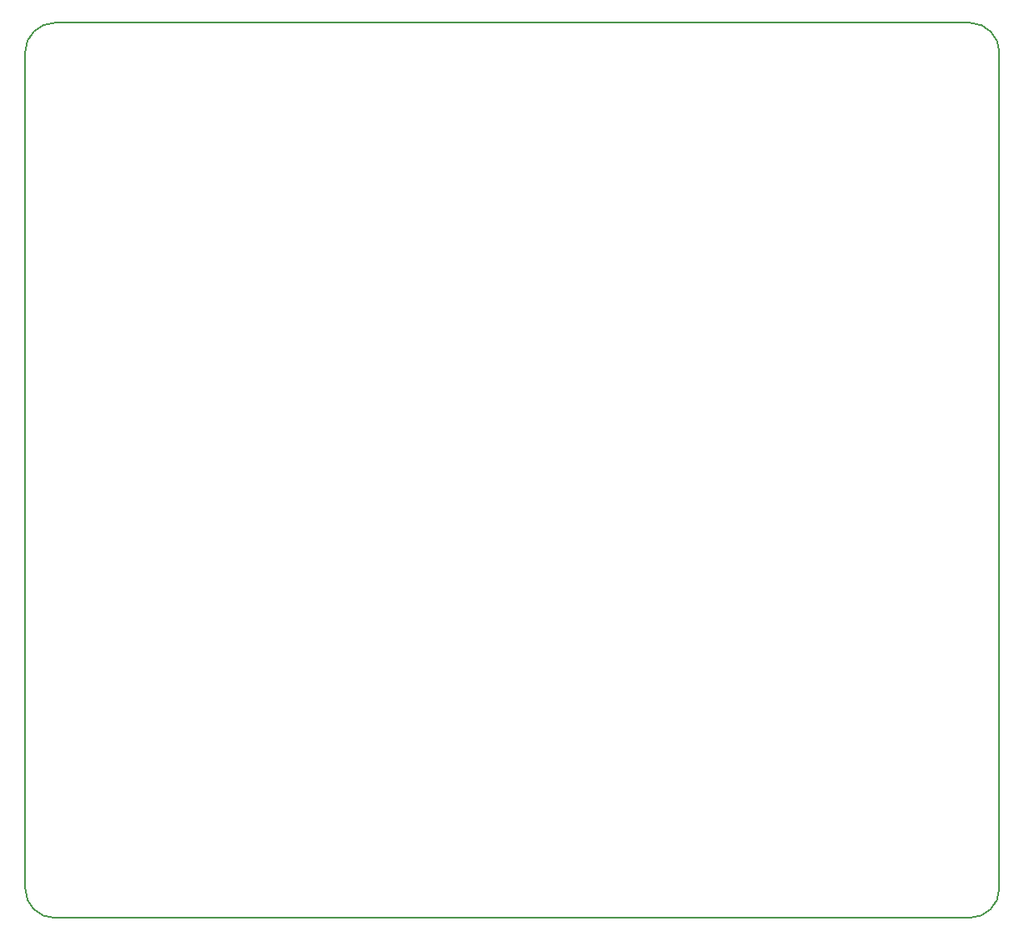
<source format=gbr>
G04 #@! TF.FileFunction,Profile,NP*
%FSLAX46Y46*%
G04 Gerber Fmt 4.6, Leading zero omitted, Abs format (unit mm)*
G04 Created by KiCad (PCBNEW 4.0.7) date 05/25/18 22:12:56*
%MOMM*%
%LPD*%
G01*
G04 APERTURE LIST*
%ADD10C,0.100000*%
%ADD11C,0.150000*%
G04 APERTURE END LIST*
D10*
D11*
X22000000Y-135000000D02*
G75*
G03X25000000Y-138000000I3000000J0D01*
G01*
X118000000Y-138000000D02*
G75*
G03X121000000Y-135000000I0J3000000D01*
G01*
X121000000Y-50000000D02*
G75*
G03X118000000Y-47000000I-3000000J0D01*
G01*
X25000000Y-47000000D02*
G75*
G03X22000000Y-50000000I0J-3000000D01*
G01*
X118000000Y-138000000D02*
X25000000Y-138000000D01*
X121000000Y-50000000D02*
X121000000Y-135000000D01*
X25000000Y-47000000D02*
X118000000Y-47000000D01*
X22000000Y-135000000D02*
X22000000Y-50000000D01*
M02*

</source>
